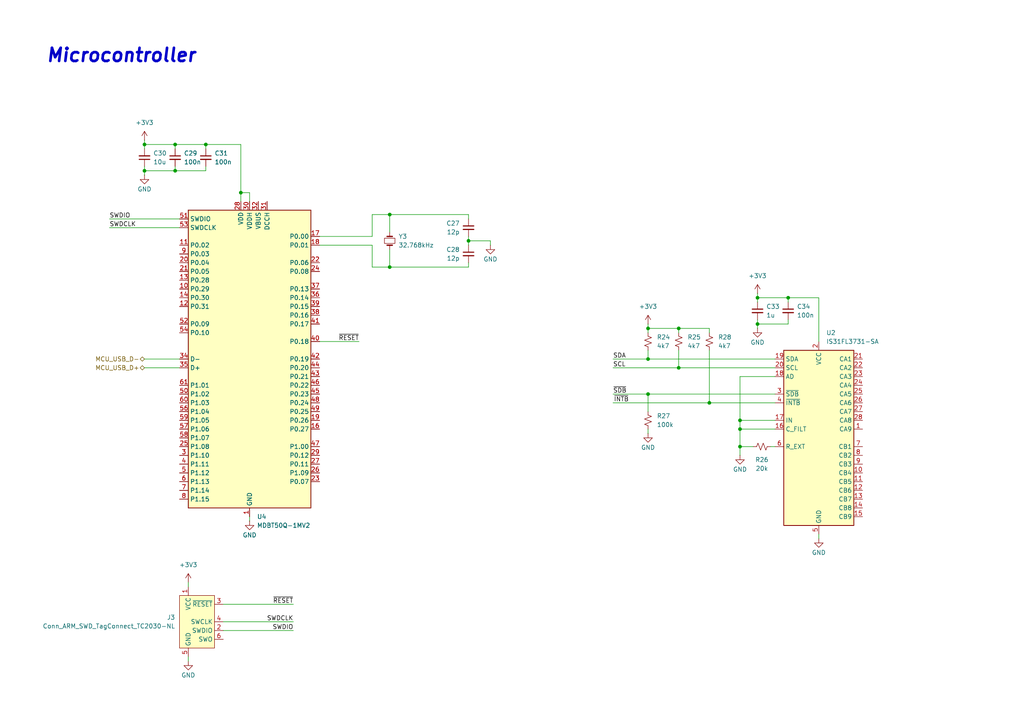
<source format=kicad_sch>
(kicad_sch (version 20250114) (generator "eeschema") (generator_version "9.0")
  (paper "A4")
  (title_block (title "Bluetooth Keypad and USB Hub") (date "2025-12-13") (rev "0") (company "B. Kuhn"))
  (lib_symbols
    (symbol "Connector:Conn_ARM_SWD_TagConnect_TC2030-NL" (in_bom no)
      (property "Reference" "J" (at 2.54 11.43 0))
      (property "Value" "Conn_ARM_SWD_TagConnect_TC2030-NL" (at 2.54 8.89 0))
      (symbol "Conn_ARM_SWD_TagConnect_TC2030-NL_0_0"
        (pin power_in line (at -2.54 10.16 270) (length 2.54) (name "VCC") (number "1"))
        (pin power_in line (at -2.54 -10.16 90) (length 2.54) (name "GND") (number "5"))
        (pin open_collector line (at 7.62 5.08 180) (length 2.54) (name "~{RESET}") (number "3"))
        (pin output line (at 7.62 0 180) (length 2.54) (name "SWCLK") (number "4"))
        (pin bidirectional line (at 7.62 -2.54 180) (length 2.54) (name "SWDIO") (number "2"))
        (pin input line (at 7.62 -5.08 180) (length 2.54) (name "SWO") (number "6"))
      )
      (symbol "Conn_ARM_SWD_TagConnect_TC2030-NL_0_1"
        (rectangle (start -5.08 7.62) (end 5.08 -7.62) (fill (type background)))
      )
    )
    (symbol "Device:C_Small" (pin_numbers (hide yes)) (pin_names (offset 0.254) (hide yes))
      (property "Reference" "C" (at 0.254 1.778 0))
      (property "Value" "C_Small" (at 0.254 -2.032 0))
      (symbol "C_Small_0_1"
        (polyline (pts (xy -1.524 0.508) (xy 1.524 0.508)) (stroke (width 0.3048)))
        (polyline (pts (xy -1.524 -0.508) (xy 1.524 -0.508)) (stroke (width 0.3302)))
      )
      (symbol "C_Small_1_1"
        (pin passive line (at 0 2.54 270) (length 2.032) (name "~") (number "1"))
        (pin passive line (at 0 -2.54 90) (length 2.032) (name "~") (number "2"))
      )
    )
    (symbol "Device:Crystal_Small" (pin_numbers (hide yes)) (pin_names (offset 1.016) (hide yes))
      (property "Reference" "Y" (at 0 2.54 0))
      (property "Value" "Crystal_Small" (at 0 -2.54 0))
      (symbol "Crystal_Small_0_1"
        (polyline (pts (xy -1.27 -0.762) (xy -1.27 0.762)) (stroke (width 0.381)))
        (rectangle (start -0.762 -1.524) (end 0.762 1.524))
        (polyline (pts (xy 1.27 -0.762) (xy 1.27 0.762)) (stroke (width 0.381)))
      )
      (symbol "Crystal_Small_1_1"
        (pin passive line (at -2.54 0 0) (length 1.27) (name "1") (number "1"))
        (pin passive line (at 2.54 0 180) (length 1.27) (name "2") (number "2"))
      )
    )
    (symbol "Device:R_Small_US" (pin_numbers (hide yes)) (pin_names (offset 0.254) (hide yes))
      (property "Reference" "R" (at 0.762 0.508 0))
      (property "Value" "R_Small_US" (at 0.762 -1.016 0))
      (symbol "R_Small_US_1_1"
        (polyline (pts (xy 0 1.524) (xy 1.016 1.143) (xy 0 0.762) (xy -1.016 0.381) (xy 0 0)))
        (polyline (pts (xy 0 0) (xy 1.016 -0.381) (xy 0 -0.762) (xy -1.016 -1.143) (xy 0 -1.524)))
        (pin passive line (at 0 2.54 270) (length 1.016) (name "~") (number "1"))
        (pin passive line (at 0 -2.54 90) (length 1.016) (name "~") (number "2"))
      )
    )
    (symbol "Driver_LED:IS31FL3731-SA"
      (property "Reference" "U" (at -10.16 26.035 0))
      (property "Value" "IS31FL3731-SA" (at 2.54 -26.035 0))
      (symbol "IS31FL3731-SA_0_1"
        (rectangle (start -10.16 25.4) (end 10.16 -25.4) (stroke (width 0.254)) (fill (type background)))
      )
      (symbol "IS31FL3731-SA_1_1"
        (pin bidirectional line (at -12.7 22.86 0) (length 2.54) (name "SDA") (number "19"))
        (pin input line (at -12.7 20.32 0) (length 2.54) (name "SCL") (number "20"))
        (pin input line (at -12.7 17.78 0) (length 2.54) (name "AD") (number "18"))
        (pin input line (at -12.7 12.7 0) (length 2.54) (name "~{SDB}") (number "3"))
        (pin open_collector line (at -12.7 10.16 0) (length 2.54) (name "~{INTB}") (number "4"))
        (pin input line (at -12.7 5.08 0) (length 2.54) (name "IN") (number "17"))
        (pin passive line (at -12.7 2.54 0) (length 2.54) (name "C_FILT") (number "16"))
        (pin passive line (at -12.7 -2.54 0) (length 2.54) (name "R_EXT") (number "6"))
        (pin power_in line (at 0 27.94 270) (length 2.54) (name "VCC") (number "2"))
        (pin power_in line (at 0 -27.94 90) (length 2.54) (name "GND") (number "5"))
        (pin bidirectional line (at 12.7 22.86 180) (length 2.54) (name "CA1") (number "21"))
        (pin bidirectional line (at 12.7 20.32 180) (length 2.54) (name "CA2") (number "22"))
        (pin bidirectional line (at 12.7 17.78 180) (length 2.54) (name "CA3") (number "23"))
        (pin bidirectional line (at 12.7 15.24 180) (length 2.54) (name "CA4") (number "24"))
        (pin bidirectional line (at 12.7 12.7 180) (length 2.54) (name "CA5") (number "25"))
        (pin bidirectional line (at 12.7 10.16 180) (length 2.54) (name "CA6") (number "26"))
        (pin bidirectional line (at 12.7 7.62 180) (length 2.54) (name "CA7") (number "27"))
        (pin bidirectional line (at 12.7 5.08 180) (length 2.54) (name "CA8") (number "28"))
        (pin bidirectional line (at 12.7 2.54 180) (length 2.54) (name "CA9") (number "1"))
        (pin bidirectional line (at 12.7 -2.54 180) (length 2.54) (name "CB1") (number "7"))
        (pin bidirectional line (at 12.7 -5.08 180) (length 2.54) (name "CB2") (number "8"))
        (pin bidirectional line (at 12.7 -7.62 180) (length 2.54) (name "CB3") (number "9"))
        (pin bidirectional line (at 12.7 -10.16 180) (length 2.54) (name "CB4") (number "10"))
        (pin bidirectional line (at 12.7 -12.7 180) (length 2.54) (name "CB5") (number "11"))
        (pin bidirectional line (at 12.7 -15.24 180) (length 2.54) (name "CB6") (number "12"))
        (pin bidirectional line (at 12.7 -17.78 180) (length 2.54) (name "CB7") (number "13"))
        (pin bidirectional line (at 12.7 -20.32 180) (length 2.54) (name "CB8") (number "14"))
        (pin bidirectional line (at 12.7 -22.86 180) (length 2.54) (name "CB9") (number "15"))
      )
    )
    (symbol "RF_Module:MDBT50Q-1MV2"
      (property "Reference" "U" (at 0 0 0))
      (property "Value" "MDBT50Q-1MV2" (at 0 -2.54 0))
      (symbol "MDBT50Q-1MV2_0_1"
        (rectangle (start -17.78 43.18) (end 17.78 -43.18) (stroke (width 0.254)) (fill (type background)))
      )
      (symbol "MDBT50Q-1MV2_1_1"
        (pin bidirectional line (at -20.32 40.64 0) (length 2.54) (name "SWDIO") (number "51"))
        (pin input line (at -20.32 38.1 0) (length 2.54) (name "SWDCLK") (number "53"))
        (pin bidirectional line (at -20.32 33.02 0) (length 2.54) (name "P0.02") (number "11"))
        (pin bidirectional line (at -20.32 30.48 0) (length 2.54) (name "P0.03") (number "9"))
        (pin bidirectional line (at -20.32 27.94 0) (length 2.54) (name "P0.04") (number "20"))
        (pin bidirectional line (at -20.32 25.4 0) (length 2.54) (name "P0.05") (number "21"))
        (pin bidirectional line (at -20.32 22.86 0) (length 2.54) (name "P0.28") (number "13"))
        (pin bidirectional line (at -20.32 20.32 0) (length 2.54) (name "P0.29") (number "10"))
        (pin bidirectional line (at -20.32 17.78 0) (length 2.54) (name "P0.30") (number "14"))
        (pin bidirectional line (at -20.32 15.24 0) (length 2.54) (name "P0.31") (number "12"))
        (pin bidirectional line (at -20.32 10.16 0) (length 2.54) (name "P0.09") (number "52"))
        (pin bidirectional line (at -20.32 7.62 0) (length 2.54) (name "P0.10") (number "54"))
        (pin bidirectional line (at -20.32 0 0) (length 2.54) (name "D-") (number "34"))
        (pin bidirectional line (at -20.32 -2.54 0) (length 2.54) (name "D+") (number "35"))
        (pin bidirectional line (at -20.32 -7.62 0) (length 2.54) (name "P1.01") (number "61"))
        (pin bidirectional line (at -20.32 -10.16 0) (length 2.54) (name "P1.02") (number "50"))
        (pin bidirectional line (at -20.32 -12.7 0) (length 2.54) (name "P1.03") (number "60"))
        (pin bidirectional line (at -20.32 -15.24 0) (length 2.54) (name "P1.04") (number "56"))
        (pin bidirectional line (at -20.32 -17.78 0) (length 2.54) (name "P1.05") (number "59"))
        (pin bidirectional line (at -20.32 -20.32 0) (length 2.54) (name "P1.06") (number "57"))
        (pin bidirectional line (at -20.32 -22.86 0) (length 2.54) (name "P1.07") (number "58"))
        (pin bidirectional line (at -20.32 -25.4 0) (length 2.54) (name "P1.08") (number "25"))
        (pin bidirectional line (at -20.32 -27.94 0) (length 2.54) (name "P1.10") (number "3"))
        (pin bidirectional line (at -20.32 -30.48 0) (length 2.54) (name "P1.11") (number "4"))
        (pin bidirectional line (at -20.32 -33.02 0) (length 2.54) (name "P1.12") (number "5"))
        (pin bidirectional line (at -20.32 -35.56 0) (length 2.54) (name "P1.13") (number "6"))
        (pin bidirectional line (at -20.32 -38.1 0) (length 2.54) (name "P1.14") (number "7"))
        (pin bidirectional line (at -20.32 -40.64 0) (length 2.54) (name "P1.15") (number "8"))
        (pin power_in line (at -2.54 45.72 270) (length 2.54) (name "VDD") (number "28"))
        (pin power_in line (at 0 45.72 270) (length 2.54) (name "VDDH") (number "30"))
        (pin power_in line (at 0 -45.72 90) (length 2.54) (name "GND") (number "1"))
        (pin passive line (at 0 -45.72 90) (length 2.54) (hide yes) (name "GND") (number "15"))
        (pin passive line (at 0 -45.72 90) (length 2.54) (hide yes) (name "GND") (number "2"))
        (pin passive line (at 0 -45.72 90) (length 2.54) (hide yes) (name "GND") (number "33"))
        (pin passive line (at 0 -45.72 90) (length 2.54) (hide yes) (name "GND") (number "55"))
        (pin power_in line (at 2.54 45.72 270) (length 2.54) (name "VBUS") (number "32"))
        (pin power_out line (at 5.08 45.72 270) (length 2.54) (name "DCCH") (number "31"))
        (pin bidirectional line (at 20.32 35.56 180) (length 2.54) (name "P0.00") (number "17"))
        (pin bidirectional line (at 20.32 33.02 180) (length 2.54) (name "P0.01") (number "18"))
        (pin bidirectional line (at 20.32 27.94 180) (length 2.54) (name "P0.06") (number "22"))
        (pin bidirectional line (at 20.32 25.4 180) (length 2.54) (name "P0.08") (number "24"))
        (pin bidirectional line (at 20.32 20.32 180) (length 2.54) (name "P0.13") (number "37"))
        (pin bidirectional line (at 20.32 17.78 180) (length 2.54) (name "P0.14") (number "36"))
        (pin bidirectional line (at 20.32 15.24 180) (length 2.54) (name "P0.15") (number "39"))
        (pin bidirectional line (at 20.32 12.7 180) (length 2.54) (name "P0.16") (number "38"))
        (pin bidirectional line (at 20.32 10.16 180) (length 2.54) (name "P0.17") (number "41"))
        (pin bidirectional line (at 20.32 5.08 180) (length 2.54) (name "P0.18") (number "40"))
        (pin bidirectional line (at 20.32 0 180) (length 2.54) (name "P0.19") (number "42"))
        (pin bidirectional line (at 20.32 -2.54 180) (length 2.54) (name "P0.20") (number "44"))
        (pin bidirectional line (at 20.32 -5.08 180) (length 2.54) (name "P0.21") (number "43"))
        (pin bidirectional line (at 20.32 -7.62 180) (length 2.54) (name "P0.22") (number "46"))
        (pin bidirectional line (at 20.32 -10.16 180) (length 2.54) (name "P0.23") (number "45"))
        (pin bidirectional line (at 20.32 -12.7 180) (length 2.54) (name "P0.24") (number "48"))
        (pin bidirectional line (at 20.32 -15.24 180) (length 2.54) (name "P0.25") (number "49"))
        (pin bidirectional line (at 20.32 -17.78 180) (length 2.54) (name "P0.26") (number "19"))
        (pin bidirectional line (at 20.32 -20.32 180) (length 2.54) (name "P0.27") (number "16"))
        (pin bidirectional line (at 20.32 -25.4 180) (length 2.54) (name "P1.00") (number "47"))
        (pin bidirectional line (at 20.32 -27.94 180) (length 2.54) (name "P0.12") (number "29"))
        (pin bidirectional line (at 20.32 -30.48 180) (length 2.54) (name "P0.11") (number "27"))
        (pin bidirectional line (at 20.32 -33.02 180) (length 2.54) (name "P1.09") (number "26"))
        (pin bidirectional line (at 20.32 -35.56 180) (length 2.54) (name "P0.07") (number "23"))
      )
    )
    (symbol "power:+3V3" (power) (pin_numbers (hide yes)) (pin_names (offset 0) (hide yes))
      (property "Value" "+3V3" (at 0 3.556 0))
      (symbol "+3V3_0_1"
        (polyline (pts (xy -0.762 1.27) (xy 0 2.54)))
        (polyline (pts (xy 0 2.54) (xy 0.762 1.27)))
        (polyline (pts (xy 0 0) (xy 0 2.54)))
      )
      (symbol "+3V3_1_1"
        (pin power_in line (at 0 0 90) (length 0) (name "~") (number "1"))
      )
    )
    (symbol "power:GND" (power) (pin_numbers (hide yes)) (pin_names (offset 0) (hide yes))
      (property "Value" "GND" (at 0 -3.81 0))
      (symbol "GND_0_1"
        (polyline (pts (xy 0 0) (xy 0 -1.27) (xy 1.27 -1.27) (xy 0 -2.54) (xy -1.27 -1.27) (xy 0 -1.27)))
      )
      (symbol "GND_1_1"
        (pin power_in line (at 0 0 270) (length 0) (name "~") (number "1"))
      )
    )
  )
  (text "Microcontroller" (at 13.208 13.97 0) (effects (font (size 3.81 3.81) (thickness 0.762) (bold yes) (italic yes)) (justify left top)))
  (junction (at 214.63 124.46))
  (junction (at 59.69 41.91))
  (junction (at 214.63 129.54))
  (junction (at 219.71 93.98))
  (junction (at 41.91 41.91))
  (junction (at 50.8 49.53))
  (junction (at 187.96 95.25))
  (junction (at 196.85 106.68))
  (junction (at 50.8 41.91))
  (junction (at 187.96 114.3))
  (junction (at 196.85 95.25))
  (junction (at 214.63 121.92))
  (junction (at 228.6 86.36))
  (junction (at 69.85 55.88))
  (junction (at 135.89 69.85))
  (junction (at 205.74 116.84))
  (junction (at 41.91 49.53))
  (junction (at 113.03 77.47))
  (junction (at 113.03 62.23))
  (junction (at 187.96 104.14))
  (junction (at 219.71 86.36))
  (wire (pts (xy 59.69 41.91) (xy 69.85 41.91)))
  (wire (pts (xy 113.03 72.39) (xy 113.03 77.47)))
  (wire (pts (xy 113.03 77.47) (xy 107.95 77.47)))
  (wire (pts (xy 177.8 114.3) (xy 187.96 114.3)))
  (wire (pts (xy 196.85 101.6) (xy 196.85 106.68)))
  (wire (pts (xy 228.6 86.36) (xy 228.6 87.63)))
  (wire (pts (xy 41.91 104.14) (xy 52.07 104.14)))
  (wire (pts (xy 214.63 121.92) (xy 214.63 124.46)))
  (wire (pts (xy 142.24 71.12) (xy 142.24 69.85)))
  (wire (pts (xy 177.8 106.68) (xy 196.85 106.68)))
  (wire (pts (xy 85.09 180.34) (xy 64.77 180.34)))
  (wire (pts (xy 135.89 68.58) (xy 135.89 69.85)))
  (wire (pts (xy 237.49 154.94) (xy 237.49 156.21)))
  (wire (pts (xy 41.91 49.53) (xy 41.91 50.8)))
  (wire (pts (xy 214.63 109.22) (xy 224.79 109.22)))
  (wire (pts (xy 214.63 124.46) (xy 214.63 129.54)))
  (wire (pts (xy 219.71 85.09) (xy 219.71 86.36)))
  (wire (pts (xy 69.85 55.88) (xy 69.85 58.42)))
  (wire (pts (xy 228.6 93.98) (xy 219.71 93.98)))
  (wire (pts (xy 205.74 96.52) (xy 205.74 95.25)))
  (wire (pts (xy 85.09 182.88) (xy 64.77 182.88)))
  (wire (pts (xy 31.75 63.5) (xy 52.07 63.5)))
  (wire (pts (xy 135.89 62.23) (xy 135.89 63.5)))
  (wire (pts (xy 54.61 190.5) (xy 54.61 191.77)))
  (wire (pts (xy 92.71 71.12) (xy 107.95 71.12)))
  (wire (pts (xy 214.63 129.54) (xy 218.44 129.54)))
  (wire (pts (xy 135.89 69.85) (xy 135.89 71.12)))
  (wire (pts (xy 69.85 41.91) (xy 69.85 55.88)))
  (wire (pts (xy 187.96 95.25) (xy 187.96 93.98)))
  (wire (pts (xy 113.03 77.47) (xy 135.89 77.47)))
  (wire (pts (xy 59.69 48.26) (xy 59.69 49.53)))
  (wire (pts (xy 177.8 104.14) (xy 187.96 104.14)))
  (wire (pts (xy 196.85 106.68) (xy 224.79 106.68)))
  (wire (pts (xy 41.91 48.26) (xy 41.91 49.53)))
  (wire (pts (xy 54.61 168.91) (xy 54.61 170.18)))
  (wire (pts (xy 41.91 106.68) (xy 52.07 106.68)))
  (wire (pts (xy 187.96 114.3) (xy 187.96 119.38)))
  (wire (pts (xy 214.63 124.46) (xy 224.79 124.46)))
  (wire (pts (xy 237.49 86.36) (xy 228.6 86.36)))
  (wire (pts (xy 187.96 95.25) (xy 187.96 96.52)))
  (wire (pts (xy 187.96 101.6) (xy 187.96 104.14)))
  (wire (pts (xy 219.71 93.98) (xy 219.71 95.25)))
  (wire (pts (xy 113.03 62.23) (xy 113.03 67.31)))
  (wire (pts (xy 41.91 41.91) (xy 41.91 43.18)))
  (wire (pts (xy 64.77 175.26) (xy 85.09 175.26)))
  (wire (pts (xy 92.71 99.06) (xy 104.14 99.06)))
  (wire (pts (xy 50.8 48.26) (xy 50.8 49.53)))
  (wire (pts (xy 31.75 66.04) (xy 52.07 66.04)))
  (wire (pts (xy 219.71 86.36) (xy 219.71 87.63)))
  (wire (pts (xy 41.91 40.64) (xy 41.91 41.91)))
  (wire (pts (xy 214.63 109.22) (xy 214.63 121.92)))
  (wire (pts (xy 205.74 95.25) (xy 196.85 95.25)))
  (wire (pts (xy 107.95 68.58) (xy 107.95 62.23)))
  (wire (pts (xy 59.69 43.18) (xy 59.69 41.91)))
  (wire (pts (xy 72.39 55.88) (xy 69.85 55.88)))
  (wire (pts (xy 50.8 41.91) (xy 59.69 41.91)))
  (wire (pts (xy 196.85 95.25) (xy 187.96 95.25)))
  (wire (pts (xy 223.52 129.54) (xy 224.79 129.54)))
  (wire (pts (xy 135.89 69.85) (xy 142.24 69.85)))
  (wire (pts (xy 219.71 92.71) (xy 219.71 93.98)))
  (wire (pts (xy 237.49 99.06) (xy 237.49 86.36)))
  (wire (pts (xy 228.6 86.36) (xy 219.71 86.36)))
  (wire (pts (xy 214.63 121.92) (xy 224.79 121.92)))
  (wire (pts (xy 205.74 101.6) (xy 205.74 116.84)))
  (wire (pts (xy 72.39 58.42) (xy 72.39 55.88)))
  (wire (pts (xy 72.39 149.86) (xy 72.39 151.13)))
  (wire (pts (xy 41.91 49.53) (xy 50.8 49.53)))
  (wire (pts (xy 50.8 49.53) (xy 59.69 49.53)))
  (wire (pts (xy 187.96 104.14) (xy 224.79 104.14)))
  (wire (pts (xy 228.6 92.71) (xy 228.6 93.98)))
  (wire (pts (xy 196.85 95.25) (xy 196.85 96.52)))
  (wire (pts (xy 92.71 68.58) (xy 107.95 68.58)))
  (wire (pts (xy 107.95 77.47) (xy 107.95 71.12)))
  (wire (pts (xy 107.95 62.23) (xy 113.03 62.23)))
  (wire (pts (xy 187.96 114.3) (xy 224.79 114.3)))
  (wire (pts (xy 113.03 62.23) (xy 135.89 62.23)))
  (wire (pts (xy 187.96 124.46) (xy 187.96 125.73)))
  (wire (pts (xy 50.8 41.91) (xy 41.91 41.91)))
  (wire (pts (xy 177.8 116.84) (xy 205.74 116.84)))
  (wire (pts (xy 135.89 76.2) (xy 135.89 77.47)))
  (wire (pts (xy 214.63 129.54) (xy 214.63 132.08)))
  (wire (pts (xy 205.74 116.84) (xy 224.79 116.84)))
  (wire (pts (xy 50.8 41.91) (xy 50.8 43.18)))
  (label "SWDIO" (at 31.75 63.5 0))
  (label "~{RESET}" (at 104.14 99.06 180))
  (label "SCL" (at 177.8 106.68 0))
  (label "SWDCLK" (at 85.09 180.34 180))
  (label "SWDIO" (at 85.09 182.88 180))
  (label "SDA" (at 177.8 104.14 0))
  (label "~{RESET}" (at 85.09 175.26 180))
  (label "~{INTB}" (at 178.015 116.84 0))
  (label "SWDCLK" (at 31.75 66.04 0))
  (label "~{SDB}" (at 177.8 114.3 0))
  (hierarchical_label "MCU_USB_D-" (shape bidirectional) (at 41.91 104.14 180))
  (hierarchical_label "MCU_USB_D+" (shape bidirectional) (at 41.91 106.68 180))
  (symbol (lib_id "power:GND") (at 187.96 125.73 0) (unit 1)
    (property "Reference" "#PWR060" (effects (hide yes)))
    (property "Value" "GND" (at 187.96 129.794 0))
    (property "Description" "Power symbol creates a global label with name \"GND\" , ground" (effects (hide yes)))
  )
  (symbol (lib_id "Device:C_Small") (at 219.71 90.17 0) (unit 1)
    (property "Reference" "C33" (at 222.25 88.9062 0) (effects (justify left)))
    (property "Value" "1u" (at 222.25 91.4462 0) (effects (justify left)))
    (property "Description" "Unpolarized capacitor, small symbol" (effects (hide yes)))
  )
  (symbol (lib_id "power:GND") (at 54.61 191.77 0) (unit 1)
    (property "Reference" "#PWR064" (effects (hide yes)))
    (property "Value" "GND" (at 54.61 195.834 0))
    (property "Description" "Power symbol creates a global label with name \"GND\" , ground" (effects (hide yes)))
  )
  (symbol (lib_id "power:+3V3") (at 41.91 40.64 0) (unit 1)
    (property "Reference" "#PWR053" (effects (hide yes)))
    (property "Value" "+3V3" (at 41.91 35.56 0))
    (property "Description" "Power symbol creates a global label with name \"+3V3\"" (effects (hide yes)))
  )
  (symbol (lib_id "Device:C_Small") (at 135.89 66.04 0) (unit 1)
    (property "Reference" "C27" (at 133.35 64.7762 0) (effects (justify right)))
    (property "Value" "12p" (at 133.35 67.3162 0) (effects (justify right)))
    (property "Description" "Unpolarized capacitor, small symbol" (effects (hide yes)))
  )
  (symbol (lib_id "Device:Crystal_Small") (at 113.03 69.85 90) (unit 1)
    (property "Reference" "Y3" (at 115.57 68.5799 90) (effects (justify right)))
    (property "Value" "32.768kHz" (at 115.57 71.1199 90) (effects (justify right)))
    (property "Description" "Two pin crystal, small symbol" (effects (hide yes)))
  )
  (symbol (lib_id "Device:C_Small") (at 50.8 45.72 0) (unit 1)
    (property "Reference" "C29" (at 53.34 44.4562 0) (effects (justify left)))
    (property "Value" "100n" (at 53.34 46.9962 0) (effects (justify left)))
    (property "Description" "Unpolarized capacitor, small symbol" (effects (hide yes)))
  )
  (symbol (lib_id "Device:R_Small_US") (at 187.96 99.06 0) (unit 1)
    (property "Reference" "R24" (at 190.5 97.7899 0) (effects (justify left)))
    (property "Value" "4k7" (at 190.5 100.3299 0) (effects (justify left)))
    (property "Description" "Resistor, small US symbol" (effects (hide yes)))
  )
  (symbol (lib_id "Device:C_Small") (at 135.89 73.66 0) (unit 1)
    (property "Reference" "C28" (at 133.35 72.3962 0) (effects (justify right)))
    (property "Value" "12p" (at 133.35 74.9362 0) (effects (justify right)))
    (property "Description" "Unpolarized capacitor, small symbol" (effects (hide yes)))
  )
  (symbol (lib_id "Device:R_Small_US") (at 205.74 99.06 0) (unit 1)
    (property "Reference" "R28" (at 208.28 97.7899 0) (effects (justify left)))
    (property "Value" "4k7" (at 208.28 100.3299 0) (effects (justify left)))
    (property "Description" "Resistor, small US symbol" (effects (hide yes)))
  )
  (symbol (lib_id "power:+3V3") (at 187.96 93.98 0) (unit 1)
    (property "Reference" "#PWR061" (effects (hide yes)))
    (property "Value" "+3V3" (at 187.96 88.9 0))
    (property "Description" "Power symbol creates a global label with name \"+3V3\"" (effects (hide yes)))
  )
  (symbol (lib_id "Connector:Conn_ARM_SWD_TagConnect_TC2030-NL") (at 57.15 180.34 0) (unit 1) (in_bom no)
    (property "Reference" "J3" (at 50.8 179.0699 0) (effects (justify right)))
    (property "Value" "Conn_ARM_SWD_TagConnect_TC2030-NL" (at 50.8 181.6099 0) (effects (justify right)))
    (property "Footprint" "Connector:Tag-Connect_TC2030-IDC-NL_2x03_P1.27mm_Vertical" (effects (hide yes)))
    (property "Datasheet" "https://www.tag-connect.com/wp-content/uploads/bsk-pdf-manager/TC2030-CTX_1.pdf" (effects (hide yes)))
    (property "Description" "Tag-Connect ARM Cortex SWD JTAG connector, 6 pin, no legs" (effects (hide yes)))
  )
  (symbol (lib_id "power:GND") (at 41.91 50.8 0) (unit 1)
    (property "Reference" "#PWR054" (effects (hide yes)))
    (property "Value" "GND" (at 41.91 54.864 0))
    (property "Description" "Power symbol creates a global label with name \"GND\" , ground" (effects (hide yes)))
  )
  (symbol (lib_id "RF_Module:MDBT50Q-1MV2") (at 72.39 104.14 0) (unit 1)
    (property "Reference" "U4" (at 74.5333 149.86 0) (effects (justify left)))
    (property "Value" "MDBT50Q-1MV2" (at 74.5333 152.4 0) (effects (justify left)))
    (property "Footprint" "RF_Module:Raytac_MDBT50Q" (effects (hide yes)))
    (property "Datasheet" "https://www.raytac.com/download/index.php?index_id=43" (effects (hide yes)))
    (property "Description" "Multiprotocol BLE/ANT/2.4 GHz/802.15.4 Cortex-M4F SoC, nRF52840 module" (effects (hide yes)))
  )
  (symbol (lib_id "Device:R_Small_US") (at 187.96 121.92 0) (unit 1)
    (property "Reference" "R27" (at 190.5 120.6499 0) (effects (justify left)))
    (property "Value" "100k" (at 190.5 123.1899 0) (effects (justify left)))
    (property "Description" "Resistor, small US symbol" (effects (hide yes)))
  )
  (symbol (lib_id "power:+3V3") (at 219.71 85.09 0) (unit 1)
    (property "Reference" "#PWR056" (effects (hide yes)))
    (property "Value" "+3V3" (at 219.71 80.01 0))
    (property "Description" "Power symbol creates a global label with name \"+3V3\"" (effects (hide yes)))
  )
  (symbol (lib_id "power:GND") (at 219.71 95.25 0) (unit 1)
    (property "Reference" "#PWR057" (effects (hide yes)))
    (property "Value" "GND" (at 219.71 99.314 0))
    (property "Description" "Power symbol creates a global label with name \"GND\" , ground" (effects (hide yes)))
  )
  (symbol (lib_id "power:GND") (at 237.49 156.21 0) (unit 1)
    (property "Reference" "#PWR059" (effects (hide yes)))
    (property "Value" "GND" (at 237.49 160.274 0))
    (property "Description" "Power symbol creates a global label with name \"GND\" , ground" (effects (hide yes)))
  )
  (symbol (lib_id "Device:C_Small") (at 59.69 45.72 0) (unit 1)
    (property "Reference" "C31" (at 62.23 44.4562 0) (effects (justify left)))
    (property "Value" "100n" (at 62.23 46.9962 0) (effects (justify left)))
    (property "Description" "Unpolarized capacitor, small symbol" (effects (hide yes)))
  )
  (symbol (lib_id "Device:C_Small") (at 41.91 45.72 180) (unit 1)
    (property "Reference" "C30" (at 44.45 44.4435 0) (effects (justify right)))
    (property "Value" "10u" (at 44.45 46.9835 0) (effects (justify right)))
    (property "Description" "Unpolarized capacitor, small symbol" (effects (hide yes)))
  )
  (symbol (lib_id "Device:C_Small") (at 228.6 90.17 0) (unit 1)
    (property "Reference" "C34" (at 231.14 88.9062 0) (effects (justify left)))
    (property "Value" "100n" (at 231.14 91.4462 0) (effects (justify left)))
    (property "Description" "Unpolarized capacitor, small symbol" (effects (hide yes)))
  )
  (symbol (lib_id "Driver_LED:IS31FL3731-SA") (at 237.49 127 0) (unit 1)
    (property "Reference" "U2" (at 239.6333 96.52 0) (effects (justify left)))
    (property "Value" "IS31FL3731-SA" (at 239.6333 99.06 0) (effects (justify left)))
    (property "Footprint" "Package_SO:SSOP-28_5.3x10.2mm_P0.65mm" (effects (hide yes)))
    (property "Datasheet" "http://www.issi.com/WW/pdf/31FL3731.pdf" (effects (hide yes)))
    (property "Description" "9x16 LED matrix driver with 8-bit PWM and breathing, SSOP-28" (effects (hide yes)))
  )
  (symbol (lib_id "power:GND") (at 214.63 132.08 0) (unit 1)
    (property "Reference" "#PWR058" (effects (hide yes)))
    (property "Value" "GND" (at 214.63 136.144 0))
    (property "Description" "Power symbol creates a global label with name \"GND\" , ground" (effects (hide yes)))
  )
  (symbol (lib_id "power:GND") (at 142.24 71.12 0) (unit 1)
    (property "Reference" "#PWR052" (effects (hide yes)))
    (property "Value" "GND" (at 142.24 75.184 0))
    (property "Description" "Power symbol creates a global label with name \"GND\" , ground" (effects (hide yes)))
  )
  (symbol (lib_id "power:GND") (at 72.39 151.13 0) (unit 1)
    (property "Reference" "#PWR063" (effects (hide yes)))
    (property "Value" "GND" (at 72.39 155.194 0))
    (property "Description" "Power symbol creates a global label with name \"GND\" , ground" (effects (hide yes)))
  )
  (symbol (lib_id "power:+3V3") (at 54.61 168.91 0) (unit 1)
    (property "Reference" "#PWR062" (effects (hide yes)))
    (property "Value" "+3V3" (at 54.61 163.83 0))
    (property "Description" "Power symbol creates a global label with name \"+3V3\"" (effects (hide yes)))
  )
  (symbol (lib_id "Device:R_Small_US") (at 220.98 129.54 90) (unit 1)
    (property "Reference" "R26" (at 220.98 133.35 90))
    (property "Value" "20k" (at 220.98 135.89 90))
    (property "Description" "Resistor, small US symbol" (effects (hide yes)))
  )
  (symbol (lib_id "Device:R_Small_US") (at 196.85 99.06 0) (unit 1)
    (property "Reference" "R25" (at 199.39 97.7899 0) (effects (justify left)))
    (property "Value" "4k7" (at 199.39 100.3299 0) (effects (justify left)))
    (property "Description" "Resistor, small US symbol" (effects (hide yes)))
  )
)
</source>
